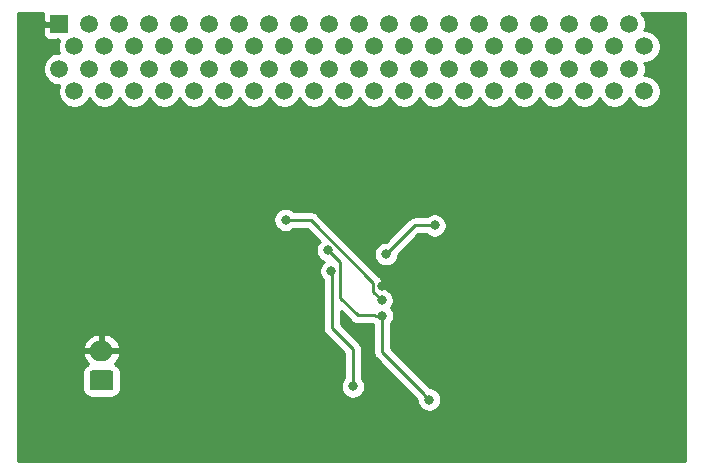
<source format=gbr>
G04 #@! TF.GenerationSoftware,KiCad,Pcbnew,(5.1.5)-3*
G04 #@! TF.CreationDate,2020-05-22T13:07:01-04:00*
G04 #@! TF.ProjectId,uBit_carrier,75426974-5f63-4617-9272-6965722e6b69,rev?*
G04 #@! TF.SameCoordinates,Original*
G04 #@! TF.FileFunction,Copper,L2,Bot*
G04 #@! TF.FilePolarity,Positive*
%FSLAX46Y46*%
G04 Gerber Fmt 4.6, Leading zero omitted, Abs format (unit mm)*
G04 Created by KiCad (PCBNEW (5.1.5)-3) date 2020-05-22 13:07:01*
%MOMM*%
%LPD*%
G04 APERTURE LIST*
%ADD10O,2.000000X1.700000*%
%ADD11C,0.100000*%
%ADD12C,1.500000*%
%ADD13R,1.500000X1.500000*%
%ADD14C,0.800000*%
%ADD15C,0.250000*%
%ADD16C,0.254000*%
G04 APERTURE END LIST*
D10*
X150500000Y-103500000D03*
G04 #@! TA.AperFunction,ComponentPad*
D11*
G36*
X151274504Y-105151204D02*
G01*
X151298773Y-105154804D01*
X151322571Y-105160765D01*
X151345671Y-105169030D01*
X151367849Y-105179520D01*
X151388893Y-105192133D01*
X151408598Y-105206747D01*
X151426777Y-105223223D01*
X151443253Y-105241402D01*
X151457867Y-105261107D01*
X151470480Y-105282151D01*
X151480970Y-105304329D01*
X151489235Y-105327429D01*
X151495196Y-105351227D01*
X151498796Y-105375496D01*
X151500000Y-105400000D01*
X151500000Y-106600000D01*
X151498796Y-106624504D01*
X151495196Y-106648773D01*
X151489235Y-106672571D01*
X151480970Y-106695671D01*
X151470480Y-106717849D01*
X151457867Y-106738893D01*
X151443253Y-106758598D01*
X151426777Y-106776777D01*
X151408598Y-106793253D01*
X151388893Y-106807867D01*
X151367849Y-106820480D01*
X151345671Y-106830970D01*
X151322571Y-106839235D01*
X151298773Y-106845196D01*
X151274504Y-106848796D01*
X151250000Y-106850000D01*
X149750000Y-106850000D01*
X149725496Y-106848796D01*
X149701227Y-106845196D01*
X149677429Y-106839235D01*
X149654329Y-106830970D01*
X149632151Y-106820480D01*
X149611107Y-106807867D01*
X149591402Y-106793253D01*
X149573223Y-106776777D01*
X149556747Y-106758598D01*
X149542133Y-106738893D01*
X149529520Y-106717849D01*
X149519030Y-106695671D01*
X149510765Y-106672571D01*
X149504804Y-106648773D01*
X149501204Y-106624504D01*
X149500000Y-106600000D01*
X149500000Y-105400000D01*
X149501204Y-105375496D01*
X149504804Y-105351227D01*
X149510765Y-105327429D01*
X149519030Y-105304329D01*
X149529520Y-105282151D01*
X149542133Y-105261107D01*
X149556747Y-105241402D01*
X149573223Y-105223223D01*
X149591402Y-105206747D01*
X149611107Y-105192133D01*
X149632151Y-105179520D01*
X149654329Y-105169030D01*
X149677429Y-105160765D01*
X149701227Y-105154804D01*
X149725496Y-105151204D01*
X149750000Y-105150000D01*
X151250000Y-105150000D01*
X151274504Y-105151204D01*
G37*
G04 #@! TD.AperFunction*
D12*
X196460000Y-81525000D03*
X196460000Y-77725000D03*
X195190000Y-79625000D03*
X195190000Y-75825000D03*
X193920000Y-81525000D03*
X193920000Y-77725000D03*
X192650000Y-79625000D03*
X192650000Y-75825000D03*
X191380000Y-81525000D03*
X191380000Y-77725000D03*
X190110000Y-79625000D03*
X190110000Y-75825000D03*
X188840000Y-81525000D03*
X188840000Y-77725000D03*
X187570000Y-79625000D03*
X187570000Y-75825000D03*
X186300000Y-81525000D03*
X186300000Y-77725000D03*
X185030000Y-79625000D03*
X185030000Y-75825000D03*
X183760000Y-81525000D03*
X183760000Y-77725000D03*
X182490000Y-79625000D03*
X182490000Y-75825000D03*
X181220000Y-81525000D03*
X181220000Y-77725000D03*
X179950000Y-79625000D03*
X179950000Y-75825000D03*
X178680000Y-81525000D03*
X178680000Y-77725000D03*
X177410000Y-79625000D03*
X177410000Y-75825000D03*
X176140000Y-81525000D03*
X176140000Y-77725000D03*
X174870000Y-79625000D03*
X174870000Y-75825000D03*
X173600000Y-81525000D03*
X173600000Y-77725000D03*
X172330000Y-79625000D03*
X172330000Y-75825000D03*
X171060000Y-81525000D03*
X171060000Y-77725000D03*
X169790000Y-79625000D03*
X169790000Y-75825000D03*
X168520000Y-81525000D03*
X168520000Y-77725000D03*
X167250000Y-79625000D03*
X167250000Y-75825000D03*
X165980000Y-81525000D03*
X165980000Y-77725000D03*
X164710000Y-79625000D03*
X164710000Y-75825000D03*
X163440000Y-81525000D03*
X163440000Y-77725000D03*
X162170000Y-79625000D03*
X162170000Y-75825000D03*
X160900000Y-81525000D03*
X160900000Y-77725000D03*
X159630000Y-79625000D03*
X159630000Y-75825000D03*
X158360000Y-81525000D03*
X158360000Y-77725000D03*
X157090000Y-79625000D03*
X157090000Y-75825000D03*
X155820000Y-81525000D03*
X155820000Y-77725000D03*
X154550000Y-79625000D03*
X154550000Y-75825000D03*
X153280000Y-81525000D03*
X153280000Y-77725000D03*
X152010000Y-79625000D03*
X152010000Y-75825000D03*
X150740000Y-81525000D03*
X150740000Y-77725000D03*
X149470000Y-79625000D03*
X149470000Y-75825000D03*
X148200000Y-81525000D03*
X148200000Y-77725000D03*
X146930000Y-79625000D03*
D13*
X146930000Y-75825000D03*
D14*
X161518600Y-102209600D03*
X173240700Y-104444800D03*
X176364900Y-103390700D03*
X160604200Y-107353100D03*
X156718000Y-101295200D03*
X199237600Y-75692000D03*
X180822600Y-112052100D03*
X174244000Y-97980500D03*
X156006800Y-106984800D03*
X174040800Y-84086700D03*
X180682900Y-84150200D03*
X172859700Y-94919800D03*
X186397900Y-83832700D03*
X174600000Y-95300000D03*
X178714400Y-92875100D03*
X178244500Y-107619800D03*
X174244000Y-100520500D03*
X169700000Y-94973002D03*
X174218600Y-99199700D03*
X166103300Y-92405200D03*
X171792900Y-106514900D03*
X169975000Y-96735900D03*
D15*
X177024900Y-92875100D02*
X174600000Y-95300000D01*
X178714400Y-92875100D02*
X177024900Y-92875100D01*
X177844501Y-107156301D02*
X174244000Y-103555800D01*
X174244000Y-103555800D02*
X174244000Y-100520500D01*
X177844501Y-107219801D02*
X177844501Y-107156301D01*
X178244500Y-107619800D02*
X177844501Y-107219801D01*
X173678315Y-100520500D02*
X173657815Y-100500000D01*
X174244000Y-100520500D02*
X173678315Y-100520500D01*
X173657815Y-100500000D02*
X172200000Y-100500000D01*
X172200000Y-100500000D02*
X170700000Y-99000000D01*
X170700000Y-99000000D02*
X170700000Y-95973002D01*
X170700000Y-95973002D02*
X169700000Y-94973002D01*
X173518999Y-97718999D02*
X168205200Y-92405200D01*
X174218600Y-99199700D02*
X173518999Y-98500099D01*
X173518999Y-98500099D02*
X173518999Y-97718999D01*
X168205200Y-92405200D02*
X166103300Y-92405200D01*
X171792900Y-106514900D02*
X171792900Y-103352600D01*
X169989500Y-96750400D02*
X169975000Y-96735900D01*
X171792900Y-103352600D02*
X169989500Y-101549200D01*
X169989500Y-101549200D02*
X169989500Y-96750400D01*
D16*
G36*
X145554188Y-74950518D02*
G01*
X145541928Y-75075000D01*
X145545000Y-75539250D01*
X145703750Y-75698000D01*
X146803000Y-75698000D01*
X146803000Y-75678000D01*
X147057000Y-75678000D01*
X147057000Y-75698000D01*
X147077000Y-75698000D01*
X147077000Y-75952000D01*
X147057000Y-75952000D01*
X147057000Y-75972000D01*
X146803000Y-75972000D01*
X146803000Y-75952000D01*
X145703750Y-75952000D01*
X145545000Y-76110750D01*
X145541928Y-76575000D01*
X145554188Y-76699482D01*
X145590498Y-76819180D01*
X145649463Y-76929494D01*
X145728815Y-77026185D01*
X145825506Y-77105537D01*
X145935820Y-77164502D01*
X146055518Y-77200812D01*
X146180000Y-77213072D01*
X146644250Y-77210000D01*
X146802998Y-77051252D01*
X146802998Y-77210000D01*
X146911758Y-77210000D01*
X146888240Y-77260116D01*
X146822750Y-77524960D01*
X146810188Y-77797492D01*
X146851035Y-78067238D01*
X146913441Y-78240000D01*
X146793589Y-78240000D01*
X146526011Y-78293225D01*
X146273957Y-78397629D01*
X146047114Y-78549201D01*
X145854201Y-78742114D01*
X145702629Y-78968957D01*
X145598225Y-79221011D01*
X145545000Y-79488589D01*
X145545000Y-79761411D01*
X145598225Y-80028989D01*
X145702629Y-80281043D01*
X145854201Y-80507886D01*
X146047114Y-80700799D01*
X146273957Y-80852371D01*
X146526011Y-80956775D01*
X146793589Y-81010000D01*
X146914207Y-81010000D01*
X146868225Y-81121011D01*
X146815000Y-81388589D01*
X146815000Y-81661411D01*
X146868225Y-81928989D01*
X146972629Y-82181043D01*
X147124201Y-82407886D01*
X147317114Y-82600799D01*
X147543957Y-82752371D01*
X147796011Y-82856775D01*
X148063589Y-82910000D01*
X148336411Y-82910000D01*
X148603989Y-82856775D01*
X148856043Y-82752371D01*
X149082886Y-82600799D01*
X149275799Y-82407886D01*
X149427371Y-82181043D01*
X149470000Y-82078127D01*
X149512629Y-82181043D01*
X149664201Y-82407886D01*
X149857114Y-82600799D01*
X150083957Y-82752371D01*
X150336011Y-82856775D01*
X150603589Y-82910000D01*
X150876411Y-82910000D01*
X151143989Y-82856775D01*
X151396043Y-82752371D01*
X151622886Y-82600799D01*
X151815799Y-82407886D01*
X151967371Y-82181043D01*
X152010000Y-82078127D01*
X152052629Y-82181043D01*
X152204201Y-82407886D01*
X152397114Y-82600799D01*
X152623957Y-82752371D01*
X152876011Y-82856775D01*
X153143589Y-82910000D01*
X153416411Y-82910000D01*
X153683989Y-82856775D01*
X153936043Y-82752371D01*
X154162886Y-82600799D01*
X154355799Y-82407886D01*
X154507371Y-82181043D01*
X154550000Y-82078127D01*
X154592629Y-82181043D01*
X154744201Y-82407886D01*
X154937114Y-82600799D01*
X155163957Y-82752371D01*
X155416011Y-82856775D01*
X155683589Y-82910000D01*
X155956411Y-82910000D01*
X156223989Y-82856775D01*
X156476043Y-82752371D01*
X156702886Y-82600799D01*
X156895799Y-82407886D01*
X157047371Y-82181043D01*
X157090000Y-82078127D01*
X157132629Y-82181043D01*
X157284201Y-82407886D01*
X157477114Y-82600799D01*
X157703957Y-82752371D01*
X157956011Y-82856775D01*
X158223589Y-82910000D01*
X158496411Y-82910000D01*
X158763989Y-82856775D01*
X159016043Y-82752371D01*
X159242886Y-82600799D01*
X159435799Y-82407886D01*
X159587371Y-82181043D01*
X159630000Y-82078127D01*
X159672629Y-82181043D01*
X159824201Y-82407886D01*
X160017114Y-82600799D01*
X160243957Y-82752371D01*
X160496011Y-82856775D01*
X160763589Y-82910000D01*
X161036411Y-82910000D01*
X161303989Y-82856775D01*
X161556043Y-82752371D01*
X161782886Y-82600799D01*
X161975799Y-82407886D01*
X162127371Y-82181043D01*
X162170000Y-82078127D01*
X162212629Y-82181043D01*
X162364201Y-82407886D01*
X162557114Y-82600799D01*
X162783957Y-82752371D01*
X163036011Y-82856775D01*
X163303589Y-82910000D01*
X163576411Y-82910000D01*
X163843989Y-82856775D01*
X164096043Y-82752371D01*
X164322886Y-82600799D01*
X164515799Y-82407886D01*
X164667371Y-82181043D01*
X164710000Y-82078127D01*
X164752629Y-82181043D01*
X164904201Y-82407886D01*
X165097114Y-82600799D01*
X165323957Y-82752371D01*
X165576011Y-82856775D01*
X165843589Y-82910000D01*
X166116411Y-82910000D01*
X166383989Y-82856775D01*
X166636043Y-82752371D01*
X166862886Y-82600799D01*
X167055799Y-82407886D01*
X167207371Y-82181043D01*
X167250000Y-82078127D01*
X167292629Y-82181043D01*
X167444201Y-82407886D01*
X167637114Y-82600799D01*
X167863957Y-82752371D01*
X168116011Y-82856775D01*
X168383589Y-82910000D01*
X168656411Y-82910000D01*
X168923989Y-82856775D01*
X169176043Y-82752371D01*
X169402886Y-82600799D01*
X169595799Y-82407886D01*
X169747371Y-82181043D01*
X169790000Y-82078127D01*
X169832629Y-82181043D01*
X169984201Y-82407886D01*
X170177114Y-82600799D01*
X170403957Y-82752371D01*
X170656011Y-82856775D01*
X170923589Y-82910000D01*
X171196411Y-82910000D01*
X171463989Y-82856775D01*
X171716043Y-82752371D01*
X171942886Y-82600799D01*
X172135799Y-82407886D01*
X172287371Y-82181043D01*
X172330000Y-82078127D01*
X172372629Y-82181043D01*
X172524201Y-82407886D01*
X172717114Y-82600799D01*
X172943957Y-82752371D01*
X173196011Y-82856775D01*
X173463589Y-82910000D01*
X173736411Y-82910000D01*
X174003989Y-82856775D01*
X174256043Y-82752371D01*
X174482886Y-82600799D01*
X174675799Y-82407886D01*
X174827371Y-82181043D01*
X174870000Y-82078127D01*
X174912629Y-82181043D01*
X175064201Y-82407886D01*
X175257114Y-82600799D01*
X175483957Y-82752371D01*
X175736011Y-82856775D01*
X176003589Y-82910000D01*
X176276411Y-82910000D01*
X176543989Y-82856775D01*
X176796043Y-82752371D01*
X177022886Y-82600799D01*
X177215799Y-82407886D01*
X177367371Y-82181043D01*
X177410000Y-82078127D01*
X177452629Y-82181043D01*
X177604201Y-82407886D01*
X177797114Y-82600799D01*
X178023957Y-82752371D01*
X178276011Y-82856775D01*
X178543589Y-82910000D01*
X178816411Y-82910000D01*
X179083989Y-82856775D01*
X179336043Y-82752371D01*
X179562886Y-82600799D01*
X179755799Y-82407886D01*
X179907371Y-82181043D01*
X179950000Y-82078127D01*
X179992629Y-82181043D01*
X180144201Y-82407886D01*
X180337114Y-82600799D01*
X180563957Y-82752371D01*
X180816011Y-82856775D01*
X181083589Y-82910000D01*
X181356411Y-82910000D01*
X181623989Y-82856775D01*
X181876043Y-82752371D01*
X182102886Y-82600799D01*
X182295799Y-82407886D01*
X182447371Y-82181043D01*
X182490000Y-82078127D01*
X182532629Y-82181043D01*
X182684201Y-82407886D01*
X182877114Y-82600799D01*
X183103957Y-82752371D01*
X183356011Y-82856775D01*
X183623589Y-82910000D01*
X183896411Y-82910000D01*
X184163989Y-82856775D01*
X184416043Y-82752371D01*
X184642886Y-82600799D01*
X184835799Y-82407886D01*
X184987371Y-82181043D01*
X185030000Y-82078127D01*
X185072629Y-82181043D01*
X185224201Y-82407886D01*
X185417114Y-82600799D01*
X185643957Y-82752371D01*
X185896011Y-82856775D01*
X186163589Y-82910000D01*
X186436411Y-82910000D01*
X186703989Y-82856775D01*
X186956043Y-82752371D01*
X187182886Y-82600799D01*
X187375799Y-82407886D01*
X187527371Y-82181043D01*
X187570000Y-82078127D01*
X187612629Y-82181043D01*
X187764201Y-82407886D01*
X187957114Y-82600799D01*
X188183957Y-82752371D01*
X188436011Y-82856775D01*
X188703589Y-82910000D01*
X188976411Y-82910000D01*
X189243989Y-82856775D01*
X189496043Y-82752371D01*
X189722886Y-82600799D01*
X189915799Y-82407886D01*
X190067371Y-82181043D01*
X190110000Y-82078127D01*
X190152629Y-82181043D01*
X190304201Y-82407886D01*
X190497114Y-82600799D01*
X190723957Y-82752371D01*
X190976011Y-82856775D01*
X191243589Y-82910000D01*
X191516411Y-82910000D01*
X191783989Y-82856775D01*
X192036043Y-82752371D01*
X192262886Y-82600799D01*
X192455799Y-82407886D01*
X192607371Y-82181043D01*
X192650000Y-82078127D01*
X192692629Y-82181043D01*
X192844201Y-82407886D01*
X193037114Y-82600799D01*
X193263957Y-82752371D01*
X193516011Y-82856775D01*
X193783589Y-82910000D01*
X194056411Y-82910000D01*
X194323989Y-82856775D01*
X194576043Y-82752371D01*
X194802886Y-82600799D01*
X194995799Y-82407886D01*
X195147371Y-82181043D01*
X195190000Y-82078127D01*
X195232629Y-82181043D01*
X195384201Y-82407886D01*
X195577114Y-82600799D01*
X195803957Y-82752371D01*
X196056011Y-82856775D01*
X196323589Y-82910000D01*
X196596411Y-82910000D01*
X196863989Y-82856775D01*
X197116043Y-82752371D01*
X197342886Y-82600799D01*
X197535799Y-82407886D01*
X197687371Y-82181043D01*
X197791775Y-81928989D01*
X197845000Y-81661411D01*
X197845000Y-81388589D01*
X197791775Y-81121011D01*
X197687371Y-80868957D01*
X197535799Y-80642114D01*
X197342886Y-80449201D01*
X197116043Y-80297629D01*
X196863989Y-80193225D01*
X196596411Y-80140000D01*
X196475793Y-80140000D01*
X196521775Y-80028989D01*
X196575000Y-79761411D01*
X196575000Y-79488589D01*
X196521775Y-79221011D01*
X196475793Y-79110000D01*
X196596411Y-79110000D01*
X196863989Y-79056775D01*
X197116043Y-78952371D01*
X197342886Y-78800799D01*
X197535799Y-78607886D01*
X197687371Y-78381043D01*
X197791775Y-78128989D01*
X197845000Y-77861411D01*
X197845000Y-77588589D01*
X197791775Y-77321011D01*
X197687371Y-77068957D01*
X197535799Y-76842114D01*
X197342886Y-76649201D01*
X197116043Y-76497629D01*
X196863989Y-76393225D01*
X196596411Y-76340000D01*
X196475793Y-76340000D01*
X196521775Y-76228989D01*
X196575000Y-75961411D01*
X196575000Y-75688589D01*
X196521775Y-75421011D01*
X196417371Y-75168957D01*
X196265799Y-74942114D01*
X196183685Y-74860000D01*
X199940000Y-74860000D01*
X199940001Y-112840000D01*
X143460000Y-112840000D01*
X143460000Y-105400000D01*
X148861928Y-105400000D01*
X148861928Y-106600000D01*
X148878992Y-106773254D01*
X148929528Y-106939850D01*
X149011595Y-107093386D01*
X149122038Y-107227962D01*
X149256614Y-107338405D01*
X149410150Y-107420472D01*
X149576746Y-107471008D01*
X149750000Y-107488072D01*
X151250000Y-107488072D01*
X151423254Y-107471008D01*
X151589850Y-107420472D01*
X151743386Y-107338405D01*
X151877962Y-107227962D01*
X151988405Y-107093386D01*
X152070472Y-106939850D01*
X152121008Y-106773254D01*
X152138072Y-106600000D01*
X152138072Y-105400000D01*
X152121008Y-105226746D01*
X152070472Y-105060150D01*
X151988405Y-104906614D01*
X151877962Y-104772038D01*
X151743386Y-104661595D01*
X151641407Y-104607086D01*
X151641795Y-104606802D01*
X151838664Y-104392046D01*
X151989854Y-104143009D01*
X152089554Y-103869261D01*
X152091476Y-103856890D01*
X151970155Y-103627000D01*
X150627000Y-103627000D01*
X150627000Y-103647000D01*
X150373000Y-103647000D01*
X150373000Y-103627000D01*
X149029845Y-103627000D01*
X148908524Y-103856890D01*
X148910446Y-103869261D01*
X149010146Y-104143009D01*
X149161336Y-104392046D01*
X149358205Y-104606802D01*
X149358593Y-104607086D01*
X149256614Y-104661595D01*
X149122038Y-104772038D01*
X149011595Y-104906614D01*
X148929528Y-105060150D01*
X148878992Y-105226746D01*
X148861928Y-105400000D01*
X143460000Y-105400000D01*
X143460000Y-103143110D01*
X148908524Y-103143110D01*
X149029845Y-103373000D01*
X150373000Y-103373000D01*
X150373000Y-102172768D01*
X150627000Y-102172768D01*
X150627000Y-103373000D01*
X151970155Y-103373000D01*
X152091476Y-103143110D01*
X152089554Y-103130739D01*
X151989854Y-102856991D01*
X151838664Y-102607954D01*
X151641795Y-102393198D01*
X151406812Y-102220975D01*
X151142745Y-102097904D01*
X150859742Y-102028715D01*
X150627000Y-102172768D01*
X150373000Y-102172768D01*
X150140258Y-102028715D01*
X149857255Y-102097904D01*
X149593188Y-102220975D01*
X149358205Y-102393198D01*
X149161336Y-102607954D01*
X149010146Y-102856991D01*
X148910446Y-103130739D01*
X148908524Y-103143110D01*
X143460000Y-103143110D01*
X143460000Y-92303261D01*
X165068300Y-92303261D01*
X165068300Y-92507139D01*
X165108074Y-92707098D01*
X165186095Y-92895456D01*
X165299363Y-93064974D01*
X165443526Y-93209137D01*
X165613044Y-93322405D01*
X165801402Y-93400426D01*
X166001361Y-93440200D01*
X166205239Y-93440200D01*
X166405198Y-93400426D01*
X166593556Y-93322405D01*
X166763074Y-93209137D01*
X166807011Y-93165200D01*
X167890399Y-93165200D01*
X168967245Y-94242046D01*
X168896063Y-94313228D01*
X168782795Y-94482746D01*
X168704774Y-94671104D01*
X168665000Y-94871063D01*
X168665000Y-95074941D01*
X168704774Y-95274900D01*
X168782795Y-95463258D01*
X168896063Y-95632776D01*
X169040226Y-95776939D01*
X169209744Y-95890207D01*
X169313857Y-95933332D01*
X169171063Y-96076126D01*
X169057795Y-96245644D01*
X168979774Y-96434002D01*
X168940000Y-96633961D01*
X168940000Y-96837839D01*
X168979774Y-97037798D01*
X169057795Y-97226156D01*
X169171063Y-97395674D01*
X169229501Y-97454112D01*
X169229500Y-101511877D01*
X169225824Y-101549200D01*
X169229500Y-101586522D01*
X169229500Y-101586532D01*
X169240497Y-101698185D01*
X169283954Y-101841446D01*
X169354526Y-101973476D01*
X169394371Y-102022026D01*
X169449499Y-102089201D01*
X169478503Y-102113004D01*
X171032901Y-103667403D01*
X171032900Y-105811189D01*
X170988963Y-105855126D01*
X170875695Y-106024644D01*
X170797674Y-106213002D01*
X170757900Y-106412961D01*
X170757900Y-106616839D01*
X170797674Y-106816798D01*
X170875695Y-107005156D01*
X170988963Y-107174674D01*
X171133126Y-107318837D01*
X171302644Y-107432105D01*
X171491002Y-107510126D01*
X171690961Y-107549900D01*
X171894839Y-107549900D01*
X172094798Y-107510126D01*
X172283156Y-107432105D01*
X172452674Y-107318837D01*
X172596837Y-107174674D01*
X172710105Y-107005156D01*
X172788126Y-106816798D01*
X172827900Y-106616839D01*
X172827900Y-106412961D01*
X172788126Y-106213002D01*
X172710105Y-106024644D01*
X172596837Y-105855126D01*
X172552900Y-105811189D01*
X172552900Y-103389925D01*
X172556576Y-103352600D01*
X172552900Y-103315275D01*
X172552900Y-103315267D01*
X172541903Y-103203614D01*
X172498446Y-103060353D01*
X172427874Y-102928324D01*
X172332901Y-102812599D01*
X172303903Y-102788801D01*
X170749500Y-101234399D01*
X170749500Y-100124301D01*
X171636200Y-101011002D01*
X171659999Y-101040001D01*
X171775724Y-101134974D01*
X171907753Y-101205546D01*
X172051014Y-101249003D01*
X172162667Y-101260000D01*
X172162676Y-101260000D01*
X172199999Y-101263676D01*
X172237322Y-101260000D01*
X173484001Y-101260000D01*
X173484000Y-103518477D01*
X173480324Y-103555800D01*
X173484000Y-103593122D01*
X173484000Y-103593132D01*
X173494997Y-103704785D01*
X173538454Y-103848046D01*
X173609026Y-103980076D01*
X173615180Y-103987574D01*
X173703999Y-104095801D01*
X173733003Y-104119604D01*
X177154468Y-107541070D01*
X177209500Y-107644026D01*
X177209500Y-107721739D01*
X177249274Y-107921698D01*
X177327295Y-108110056D01*
X177440563Y-108279574D01*
X177584726Y-108423737D01*
X177754244Y-108537005D01*
X177942602Y-108615026D01*
X178142561Y-108654800D01*
X178346439Y-108654800D01*
X178546398Y-108615026D01*
X178734756Y-108537005D01*
X178904274Y-108423737D01*
X179048437Y-108279574D01*
X179161705Y-108110056D01*
X179239726Y-107921698D01*
X179279500Y-107721739D01*
X179279500Y-107517861D01*
X179239726Y-107317902D01*
X179161705Y-107129544D01*
X179048437Y-106960026D01*
X178904274Y-106815863D01*
X178734756Y-106702595D01*
X178546398Y-106624574D01*
X178348140Y-106585138D01*
X175004000Y-103240999D01*
X175004000Y-101224211D01*
X175047937Y-101180274D01*
X175161205Y-101010756D01*
X175239226Y-100822398D01*
X175279000Y-100622439D01*
X175279000Y-100418561D01*
X175239226Y-100218602D01*
X175161205Y-100030244D01*
X175047937Y-99860726D01*
X175032209Y-99844998D01*
X175135805Y-99689956D01*
X175213826Y-99501598D01*
X175253600Y-99301639D01*
X175253600Y-99097761D01*
X175213826Y-98897802D01*
X175135805Y-98709444D01*
X175022537Y-98539926D01*
X174878374Y-98395763D01*
X174708856Y-98282495D01*
X174520498Y-98204474D01*
X174320539Y-98164700D01*
X174278999Y-98164700D01*
X174278999Y-97756332D01*
X174282676Y-97718999D01*
X174268002Y-97570013D01*
X174224545Y-97426752D01*
X174153973Y-97294723D01*
X174082798Y-97207996D01*
X174059000Y-97178998D01*
X174030002Y-97155200D01*
X172072863Y-95198061D01*
X173565000Y-95198061D01*
X173565000Y-95401939D01*
X173604774Y-95601898D01*
X173682795Y-95790256D01*
X173796063Y-95959774D01*
X173940226Y-96103937D01*
X174109744Y-96217205D01*
X174298102Y-96295226D01*
X174498061Y-96335000D01*
X174701939Y-96335000D01*
X174901898Y-96295226D01*
X175090256Y-96217205D01*
X175259774Y-96103937D01*
X175403937Y-95959774D01*
X175517205Y-95790256D01*
X175595226Y-95601898D01*
X175635000Y-95401939D01*
X175635000Y-95339801D01*
X177339703Y-93635100D01*
X178010689Y-93635100D01*
X178054626Y-93679037D01*
X178224144Y-93792305D01*
X178412502Y-93870326D01*
X178612461Y-93910100D01*
X178816339Y-93910100D01*
X179016298Y-93870326D01*
X179204656Y-93792305D01*
X179374174Y-93679037D01*
X179518337Y-93534874D01*
X179631605Y-93365356D01*
X179709626Y-93176998D01*
X179749400Y-92977039D01*
X179749400Y-92773161D01*
X179709626Y-92573202D01*
X179631605Y-92384844D01*
X179518337Y-92215326D01*
X179374174Y-92071163D01*
X179204656Y-91957895D01*
X179016298Y-91879874D01*
X178816339Y-91840100D01*
X178612461Y-91840100D01*
X178412502Y-91879874D01*
X178224144Y-91957895D01*
X178054626Y-92071163D01*
X178010689Y-92115100D01*
X177062222Y-92115100D01*
X177024899Y-92111424D01*
X176987576Y-92115100D01*
X176987567Y-92115100D01*
X176875914Y-92126097D01*
X176732653Y-92169554D01*
X176600624Y-92240126D01*
X176600622Y-92240127D01*
X176600623Y-92240127D01*
X176513896Y-92311301D01*
X176513892Y-92311305D01*
X176484899Y-92335099D01*
X176461105Y-92364092D01*
X174560199Y-94265000D01*
X174498061Y-94265000D01*
X174298102Y-94304774D01*
X174109744Y-94382795D01*
X173940226Y-94496063D01*
X173796063Y-94640226D01*
X173682795Y-94809744D01*
X173604774Y-94998102D01*
X173565000Y-95198061D01*
X172072863Y-95198061D01*
X168769004Y-91894203D01*
X168745201Y-91865199D01*
X168629476Y-91770226D01*
X168497447Y-91699654D01*
X168354186Y-91656197D01*
X168242533Y-91645200D01*
X168242522Y-91645200D01*
X168205200Y-91641524D01*
X168167878Y-91645200D01*
X166807011Y-91645200D01*
X166763074Y-91601263D01*
X166593556Y-91487995D01*
X166405198Y-91409974D01*
X166205239Y-91370200D01*
X166001361Y-91370200D01*
X165801402Y-91409974D01*
X165613044Y-91487995D01*
X165443526Y-91601263D01*
X165299363Y-91745426D01*
X165186095Y-91914944D01*
X165108074Y-92103302D01*
X165068300Y-92303261D01*
X143460000Y-92303261D01*
X143460000Y-74860000D01*
X145581646Y-74860000D01*
X145554188Y-74950518D01*
G37*
X145554188Y-74950518D02*
X145541928Y-75075000D01*
X145545000Y-75539250D01*
X145703750Y-75698000D01*
X146803000Y-75698000D01*
X146803000Y-75678000D01*
X147057000Y-75678000D01*
X147057000Y-75698000D01*
X147077000Y-75698000D01*
X147077000Y-75952000D01*
X147057000Y-75952000D01*
X147057000Y-75972000D01*
X146803000Y-75972000D01*
X146803000Y-75952000D01*
X145703750Y-75952000D01*
X145545000Y-76110750D01*
X145541928Y-76575000D01*
X145554188Y-76699482D01*
X145590498Y-76819180D01*
X145649463Y-76929494D01*
X145728815Y-77026185D01*
X145825506Y-77105537D01*
X145935820Y-77164502D01*
X146055518Y-77200812D01*
X146180000Y-77213072D01*
X146644250Y-77210000D01*
X146802998Y-77051252D01*
X146802998Y-77210000D01*
X146911758Y-77210000D01*
X146888240Y-77260116D01*
X146822750Y-77524960D01*
X146810188Y-77797492D01*
X146851035Y-78067238D01*
X146913441Y-78240000D01*
X146793589Y-78240000D01*
X146526011Y-78293225D01*
X146273957Y-78397629D01*
X146047114Y-78549201D01*
X145854201Y-78742114D01*
X145702629Y-78968957D01*
X145598225Y-79221011D01*
X145545000Y-79488589D01*
X145545000Y-79761411D01*
X145598225Y-80028989D01*
X145702629Y-80281043D01*
X145854201Y-80507886D01*
X146047114Y-80700799D01*
X146273957Y-80852371D01*
X146526011Y-80956775D01*
X146793589Y-81010000D01*
X146914207Y-81010000D01*
X146868225Y-81121011D01*
X146815000Y-81388589D01*
X146815000Y-81661411D01*
X146868225Y-81928989D01*
X146972629Y-82181043D01*
X147124201Y-82407886D01*
X147317114Y-82600799D01*
X147543957Y-82752371D01*
X147796011Y-82856775D01*
X148063589Y-82910000D01*
X148336411Y-82910000D01*
X148603989Y-82856775D01*
X148856043Y-82752371D01*
X149082886Y-82600799D01*
X149275799Y-82407886D01*
X149427371Y-82181043D01*
X149470000Y-82078127D01*
X149512629Y-82181043D01*
X149664201Y-82407886D01*
X149857114Y-82600799D01*
X150083957Y-82752371D01*
X150336011Y-82856775D01*
X150603589Y-82910000D01*
X150876411Y-82910000D01*
X151143989Y-82856775D01*
X151396043Y-82752371D01*
X151622886Y-82600799D01*
X151815799Y-82407886D01*
X151967371Y-82181043D01*
X152010000Y-82078127D01*
X152052629Y-82181043D01*
X152204201Y-82407886D01*
X152397114Y-82600799D01*
X152623957Y-82752371D01*
X152876011Y-82856775D01*
X153143589Y-82910000D01*
X153416411Y-82910000D01*
X153683989Y-82856775D01*
X153936043Y-82752371D01*
X154162886Y-82600799D01*
X154355799Y-82407886D01*
X154507371Y-82181043D01*
X154550000Y-82078127D01*
X154592629Y-82181043D01*
X154744201Y-82407886D01*
X154937114Y-82600799D01*
X155163957Y-82752371D01*
X155416011Y-82856775D01*
X155683589Y-82910000D01*
X155956411Y-82910000D01*
X156223989Y-82856775D01*
X156476043Y-82752371D01*
X156702886Y-82600799D01*
X156895799Y-82407886D01*
X157047371Y-82181043D01*
X157090000Y-82078127D01*
X157132629Y-82181043D01*
X157284201Y-82407886D01*
X157477114Y-82600799D01*
X157703957Y-82752371D01*
X157956011Y-82856775D01*
X158223589Y-82910000D01*
X158496411Y-82910000D01*
X158763989Y-82856775D01*
X159016043Y-82752371D01*
X159242886Y-82600799D01*
X159435799Y-82407886D01*
X159587371Y-82181043D01*
X159630000Y-82078127D01*
X159672629Y-82181043D01*
X159824201Y-82407886D01*
X160017114Y-82600799D01*
X160243957Y-82752371D01*
X160496011Y-82856775D01*
X160763589Y-82910000D01*
X161036411Y-82910000D01*
X161303989Y-82856775D01*
X161556043Y-82752371D01*
X161782886Y-82600799D01*
X161975799Y-82407886D01*
X162127371Y-82181043D01*
X162170000Y-82078127D01*
X162212629Y-82181043D01*
X162364201Y-82407886D01*
X162557114Y-82600799D01*
X162783957Y-82752371D01*
X163036011Y-82856775D01*
X163303589Y-82910000D01*
X163576411Y-82910000D01*
X163843989Y-82856775D01*
X164096043Y-82752371D01*
X164322886Y-82600799D01*
X164515799Y-82407886D01*
X164667371Y-82181043D01*
X164710000Y-82078127D01*
X164752629Y-82181043D01*
X164904201Y-82407886D01*
X165097114Y-82600799D01*
X165323957Y-82752371D01*
X165576011Y-82856775D01*
X165843589Y-82910000D01*
X166116411Y-82910000D01*
X166383989Y-82856775D01*
X166636043Y-82752371D01*
X166862886Y-82600799D01*
X167055799Y-82407886D01*
X167207371Y-82181043D01*
X167250000Y-82078127D01*
X167292629Y-82181043D01*
X167444201Y-82407886D01*
X167637114Y-82600799D01*
X167863957Y-82752371D01*
X168116011Y-82856775D01*
X168383589Y-82910000D01*
X168656411Y-82910000D01*
X168923989Y-82856775D01*
X169176043Y-82752371D01*
X169402886Y-82600799D01*
X169595799Y-82407886D01*
X169747371Y-82181043D01*
X169790000Y-82078127D01*
X169832629Y-82181043D01*
X169984201Y-82407886D01*
X170177114Y-82600799D01*
X170403957Y-82752371D01*
X170656011Y-82856775D01*
X170923589Y-82910000D01*
X171196411Y-82910000D01*
X171463989Y-82856775D01*
X171716043Y-82752371D01*
X171942886Y-82600799D01*
X172135799Y-82407886D01*
X172287371Y-82181043D01*
X172330000Y-82078127D01*
X172372629Y-82181043D01*
X172524201Y-82407886D01*
X172717114Y-82600799D01*
X172943957Y-82752371D01*
X173196011Y-82856775D01*
X173463589Y-82910000D01*
X173736411Y-82910000D01*
X174003989Y-82856775D01*
X174256043Y-82752371D01*
X174482886Y-82600799D01*
X174675799Y-82407886D01*
X174827371Y-82181043D01*
X174870000Y-82078127D01*
X174912629Y-82181043D01*
X175064201Y-82407886D01*
X175257114Y-82600799D01*
X175483957Y-82752371D01*
X175736011Y-82856775D01*
X176003589Y-82910000D01*
X176276411Y-82910000D01*
X176543989Y-82856775D01*
X176796043Y-82752371D01*
X177022886Y-82600799D01*
X177215799Y-82407886D01*
X177367371Y-82181043D01*
X177410000Y-82078127D01*
X177452629Y-82181043D01*
X177604201Y-82407886D01*
X177797114Y-82600799D01*
X178023957Y-82752371D01*
X178276011Y-82856775D01*
X178543589Y-82910000D01*
X178816411Y-82910000D01*
X179083989Y-82856775D01*
X179336043Y-82752371D01*
X179562886Y-82600799D01*
X179755799Y-82407886D01*
X179907371Y-82181043D01*
X179950000Y-82078127D01*
X179992629Y-82181043D01*
X180144201Y-82407886D01*
X180337114Y-82600799D01*
X180563957Y-82752371D01*
X180816011Y-82856775D01*
X181083589Y-82910000D01*
X181356411Y-82910000D01*
X181623989Y-82856775D01*
X181876043Y-82752371D01*
X182102886Y-82600799D01*
X182295799Y-82407886D01*
X182447371Y-82181043D01*
X182490000Y-82078127D01*
X182532629Y-82181043D01*
X182684201Y-82407886D01*
X182877114Y-82600799D01*
X183103957Y-82752371D01*
X183356011Y-82856775D01*
X183623589Y-82910000D01*
X183896411Y-82910000D01*
X184163989Y-82856775D01*
X184416043Y-82752371D01*
X184642886Y-82600799D01*
X184835799Y-82407886D01*
X184987371Y-82181043D01*
X185030000Y-82078127D01*
X185072629Y-82181043D01*
X185224201Y-82407886D01*
X185417114Y-82600799D01*
X185643957Y-82752371D01*
X185896011Y-82856775D01*
X186163589Y-82910000D01*
X186436411Y-82910000D01*
X186703989Y-82856775D01*
X186956043Y-82752371D01*
X187182886Y-82600799D01*
X187375799Y-82407886D01*
X187527371Y-82181043D01*
X187570000Y-82078127D01*
X187612629Y-82181043D01*
X187764201Y-82407886D01*
X187957114Y-82600799D01*
X188183957Y-82752371D01*
X188436011Y-82856775D01*
X188703589Y-82910000D01*
X188976411Y-82910000D01*
X189243989Y-82856775D01*
X189496043Y-82752371D01*
X189722886Y-82600799D01*
X189915799Y-82407886D01*
X190067371Y-82181043D01*
X190110000Y-82078127D01*
X190152629Y-82181043D01*
X190304201Y-82407886D01*
X190497114Y-82600799D01*
X190723957Y-82752371D01*
X190976011Y-82856775D01*
X191243589Y-82910000D01*
X191516411Y-82910000D01*
X191783989Y-82856775D01*
X192036043Y-82752371D01*
X192262886Y-82600799D01*
X192455799Y-82407886D01*
X192607371Y-82181043D01*
X192650000Y-82078127D01*
X192692629Y-82181043D01*
X192844201Y-82407886D01*
X193037114Y-82600799D01*
X193263957Y-82752371D01*
X193516011Y-82856775D01*
X193783589Y-82910000D01*
X194056411Y-82910000D01*
X194323989Y-82856775D01*
X194576043Y-82752371D01*
X194802886Y-82600799D01*
X194995799Y-82407886D01*
X195147371Y-82181043D01*
X195190000Y-82078127D01*
X195232629Y-82181043D01*
X195384201Y-82407886D01*
X195577114Y-82600799D01*
X195803957Y-82752371D01*
X196056011Y-82856775D01*
X196323589Y-82910000D01*
X196596411Y-82910000D01*
X196863989Y-82856775D01*
X197116043Y-82752371D01*
X197342886Y-82600799D01*
X197535799Y-82407886D01*
X197687371Y-82181043D01*
X197791775Y-81928989D01*
X197845000Y-81661411D01*
X197845000Y-81388589D01*
X197791775Y-81121011D01*
X197687371Y-80868957D01*
X197535799Y-80642114D01*
X197342886Y-80449201D01*
X197116043Y-80297629D01*
X196863989Y-80193225D01*
X196596411Y-80140000D01*
X196475793Y-80140000D01*
X196521775Y-80028989D01*
X196575000Y-79761411D01*
X196575000Y-79488589D01*
X196521775Y-79221011D01*
X196475793Y-79110000D01*
X196596411Y-79110000D01*
X196863989Y-79056775D01*
X197116043Y-78952371D01*
X197342886Y-78800799D01*
X197535799Y-78607886D01*
X197687371Y-78381043D01*
X197791775Y-78128989D01*
X197845000Y-77861411D01*
X197845000Y-77588589D01*
X197791775Y-77321011D01*
X197687371Y-77068957D01*
X197535799Y-76842114D01*
X197342886Y-76649201D01*
X197116043Y-76497629D01*
X196863989Y-76393225D01*
X196596411Y-76340000D01*
X196475793Y-76340000D01*
X196521775Y-76228989D01*
X196575000Y-75961411D01*
X196575000Y-75688589D01*
X196521775Y-75421011D01*
X196417371Y-75168957D01*
X196265799Y-74942114D01*
X196183685Y-74860000D01*
X199940000Y-74860000D01*
X199940001Y-112840000D01*
X143460000Y-112840000D01*
X143460000Y-105400000D01*
X148861928Y-105400000D01*
X148861928Y-106600000D01*
X148878992Y-106773254D01*
X148929528Y-106939850D01*
X149011595Y-107093386D01*
X149122038Y-107227962D01*
X149256614Y-107338405D01*
X149410150Y-107420472D01*
X149576746Y-107471008D01*
X149750000Y-107488072D01*
X151250000Y-107488072D01*
X151423254Y-107471008D01*
X151589850Y-107420472D01*
X151743386Y-107338405D01*
X151877962Y-107227962D01*
X151988405Y-107093386D01*
X152070472Y-106939850D01*
X152121008Y-106773254D01*
X152138072Y-106600000D01*
X152138072Y-105400000D01*
X152121008Y-105226746D01*
X152070472Y-105060150D01*
X151988405Y-104906614D01*
X151877962Y-104772038D01*
X151743386Y-104661595D01*
X151641407Y-104607086D01*
X151641795Y-104606802D01*
X151838664Y-104392046D01*
X151989854Y-104143009D01*
X152089554Y-103869261D01*
X152091476Y-103856890D01*
X151970155Y-103627000D01*
X150627000Y-103627000D01*
X150627000Y-103647000D01*
X150373000Y-103647000D01*
X150373000Y-103627000D01*
X149029845Y-103627000D01*
X148908524Y-103856890D01*
X148910446Y-103869261D01*
X149010146Y-104143009D01*
X149161336Y-104392046D01*
X149358205Y-104606802D01*
X149358593Y-104607086D01*
X149256614Y-104661595D01*
X149122038Y-104772038D01*
X149011595Y-104906614D01*
X148929528Y-105060150D01*
X148878992Y-105226746D01*
X148861928Y-105400000D01*
X143460000Y-105400000D01*
X143460000Y-103143110D01*
X148908524Y-103143110D01*
X149029845Y-103373000D01*
X150373000Y-103373000D01*
X150373000Y-102172768D01*
X150627000Y-102172768D01*
X150627000Y-103373000D01*
X151970155Y-103373000D01*
X152091476Y-103143110D01*
X152089554Y-103130739D01*
X151989854Y-102856991D01*
X151838664Y-102607954D01*
X151641795Y-102393198D01*
X151406812Y-102220975D01*
X151142745Y-102097904D01*
X150859742Y-102028715D01*
X150627000Y-102172768D01*
X150373000Y-102172768D01*
X150140258Y-102028715D01*
X149857255Y-102097904D01*
X149593188Y-102220975D01*
X149358205Y-102393198D01*
X149161336Y-102607954D01*
X149010146Y-102856991D01*
X148910446Y-103130739D01*
X148908524Y-103143110D01*
X143460000Y-103143110D01*
X143460000Y-92303261D01*
X165068300Y-92303261D01*
X165068300Y-92507139D01*
X165108074Y-92707098D01*
X165186095Y-92895456D01*
X165299363Y-93064974D01*
X165443526Y-93209137D01*
X165613044Y-93322405D01*
X165801402Y-93400426D01*
X166001361Y-93440200D01*
X166205239Y-93440200D01*
X166405198Y-93400426D01*
X166593556Y-93322405D01*
X166763074Y-93209137D01*
X166807011Y-93165200D01*
X167890399Y-93165200D01*
X168967245Y-94242046D01*
X168896063Y-94313228D01*
X168782795Y-94482746D01*
X168704774Y-94671104D01*
X168665000Y-94871063D01*
X168665000Y-95074941D01*
X168704774Y-95274900D01*
X168782795Y-95463258D01*
X168896063Y-95632776D01*
X169040226Y-95776939D01*
X169209744Y-95890207D01*
X169313857Y-95933332D01*
X169171063Y-96076126D01*
X169057795Y-96245644D01*
X168979774Y-96434002D01*
X168940000Y-96633961D01*
X168940000Y-96837839D01*
X168979774Y-97037798D01*
X169057795Y-97226156D01*
X169171063Y-97395674D01*
X169229501Y-97454112D01*
X169229500Y-101511877D01*
X169225824Y-101549200D01*
X169229500Y-101586522D01*
X169229500Y-101586532D01*
X169240497Y-101698185D01*
X169283954Y-101841446D01*
X169354526Y-101973476D01*
X169394371Y-102022026D01*
X169449499Y-102089201D01*
X169478503Y-102113004D01*
X171032901Y-103667403D01*
X171032900Y-105811189D01*
X170988963Y-105855126D01*
X170875695Y-106024644D01*
X170797674Y-106213002D01*
X170757900Y-106412961D01*
X170757900Y-106616839D01*
X170797674Y-106816798D01*
X170875695Y-107005156D01*
X170988963Y-107174674D01*
X171133126Y-107318837D01*
X171302644Y-107432105D01*
X171491002Y-107510126D01*
X171690961Y-107549900D01*
X171894839Y-107549900D01*
X172094798Y-107510126D01*
X172283156Y-107432105D01*
X172452674Y-107318837D01*
X172596837Y-107174674D01*
X172710105Y-107005156D01*
X172788126Y-106816798D01*
X172827900Y-106616839D01*
X172827900Y-106412961D01*
X172788126Y-106213002D01*
X172710105Y-106024644D01*
X172596837Y-105855126D01*
X172552900Y-105811189D01*
X172552900Y-103389925D01*
X172556576Y-103352600D01*
X172552900Y-103315275D01*
X172552900Y-103315267D01*
X172541903Y-103203614D01*
X172498446Y-103060353D01*
X172427874Y-102928324D01*
X172332901Y-102812599D01*
X172303903Y-102788801D01*
X170749500Y-101234399D01*
X170749500Y-100124301D01*
X171636200Y-101011002D01*
X171659999Y-101040001D01*
X171775724Y-101134974D01*
X171907753Y-101205546D01*
X172051014Y-101249003D01*
X172162667Y-101260000D01*
X172162676Y-101260000D01*
X172199999Y-101263676D01*
X172237322Y-101260000D01*
X173484001Y-101260000D01*
X173484000Y-103518477D01*
X173480324Y-103555800D01*
X173484000Y-103593122D01*
X173484000Y-103593132D01*
X173494997Y-103704785D01*
X173538454Y-103848046D01*
X173609026Y-103980076D01*
X173615180Y-103987574D01*
X173703999Y-104095801D01*
X173733003Y-104119604D01*
X177154468Y-107541070D01*
X177209500Y-107644026D01*
X177209500Y-107721739D01*
X177249274Y-107921698D01*
X177327295Y-108110056D01*
X177440563Y-108279574D01*
X177584726Y-108423737D01*
X177754244Y-108537005D01*
X177942602Y-108615026D01*
X178142561Y-108654800D01*
X178346439Y-108654800D01*
X178546398Y-108615026D01*
X178734756Y-108537005D01*
X178904274Y-108423737D01*
X179048437Y-108279574D01*
X179161705Y-108110056D01*
X179239726Y-107921698D01*
X179279500Y-107721739D01*
X179279500Y-107517861D01*
X179239726Y-107317902D01*
X179161705Y-107129544D01*
X179048437Y-106960026D01*
X178904274Y-106815863D01*
X178734756Y-106702595D01*
X178546398Y-106624574D01*
X178348140Y-106585138D01*
X175004000Y-103240999D01*
X175004000Y-101224211D01*
X175047937Y-101180274D01*
X175161205Y-101010756D01*
X175239226Y-100822398D01*
X175279000Y-100622439D01*
X175279000Y-100418561D01*
X175239226Y-100218602D01*
X175161205Y-100030244D01*
X175047937Y-99860726D01*
X175032209Y-99844998D01*
X175135805Y-99689956D01*
X175213826Y-99501598D01*
X175253600Y-99301639D01*
X175253600Y-99097761D01*
X175213826Y-98897802D01*
X175135805Y-98709444D01*
X175022537Y-98539926D01*
X174878374Y-98395763D01*
X174708856Y-98282495D01*
X174520498Y-98204474D01*
X174320539Y-98164700D01*
X174278999Y-98164700D01*
X174278999Y-97756332D01*
X174282676Y-97718999D01*
X174268002Y-97570013D01*
X174224545Y-97426752D01*
X174153973Y-97294723D01*
X174082798Y-97207996D01*
X174059000Y-97178998D01*
X174030002Y-97155200D01*
X172072863Y-95198061D01*
X173565000Y-95198061D01*
X173565000Y-95401939D01*
X173604774Y-95601898D01*
X173682795Y-95790256D01*
X173796063Y-95959774D01*
X173940226Y-96103937D01*
X174109744Y-96217205D01*
X174298102Y-96295226D01*
X174498061Y-96335000D01*
X174701939Y-96335000D01*
X174901898Y-96295226D01*
X175090256Y-96217205D01*
X175259774Y-96103937D01*
X175403937Y-95959774D01*
X175517205Y-95790256D01*
X175595226Y-95601898D01*
X175635000Y-95401939D01*
X175635000Y-95339801D01*
X177339703Y-93635100D01*
X178010689Y-93635100D01*
X178054626Y-93679037D01*
X178224144Y-93792305D01*
X178412502Y-93870326D01*
X178612461Y-93910100D01*
X178816339Y-93910100D01*
X179016298Y-93870326D01*
X179204656Y-93792305D01*
X179374174Y-93679037D01*
X179518337Y-93534874D01*
X179631605Y-93365356D01*
X179709626Y-93176998D01*
X179749400Y-92977039D01*
X179749400Y-92773161D01*
X179709626Y-92573202D01*
X179631605Y-92384844D01*
X179518337Y-92215326D01*
X179374174Y-92071163D01*
X179204656Y-91957895D01*
X179016298Y-91879874D01*
X178816339Y-91840100D01*
X178612461Y-91840100D01*
X178412502Y-91879874D01*
X178224144Y-91957895D01*
X178054626Y-92071163D01*
X178010689Y-92115100D01*
X177062222Y-92115100D01*
X177024899Y-92111424D01*
X176987576Y-92115100D01*
X176987567Y-92115100D01*
X176875914Y-92126097D01*
X176732653Y-92169554D01*
X176600624Y-92240126D01*
X176600622Y-92240127D01*
X176600623Y-92240127D01*
X176513896Y-92311301D01*
X176513892Y-92311305D01*
X176484899Y-92335099D01*
X176461105Y-92364092D01*
X174560199Y-94265000D01*
X174498061Y-94265000D01*
X174298102Y-94304774D01*
X174109744Y-94382795D01*
X173940226Y-94496063D01*
X173796063Y-94640226D01*
X173682795Y-94809744D01*
X173604774Y-94998102D01*
X173565000Y-95198061D01*
X172072863Y-95198061D01*
X168769004Y-91894203D01*
X168745201Y-91865199D01*
X168629476Y-91770226D01*
X168497447Y-91699654D01*
X168354186Y-91656197D01*
X168242533Y-91645200D01*
X168242522Y-91645200D01*
X168205200Y-91641524D01*
X168167878Y-91645200D01*
X166807011Y-91645200D01*
X166763074Y-91601263D01*
X166593556Y-91487995D01*
X166405198Y-91409974D01*
X166205239Y-91370200D01*
X166001361Y-91370200D01*
X165801402Y-91409974D01*
X165613044Y-91487995D01*
X165443526Y-91601263D01*
X165299363Y-91745426D01*
X165186095Y-91914944D01*
X165108074Y-92103302D01*
X165068300Y-92303261D01*
X143460000Y-92303261D01*
X143460000Y-74860000D01*
X145581646Y-74860000D01*
X145554188Y-74950518D01*
G36*
X153473748Y-77710858D02*
G01*
X153459605Y-77725000D01*
X153473748Y-77739143D01*
X153294143Y-77918748D01*
X153280000Y-77904605D01*
X153265858Y-77918748D01*
X153086253Y-77739143D01*
X153100395Y-77725000D01*
X153086253Y-77710858D01*
X153265858Y-77531253D01*
X153280000Y-77545395D01*
X153294143Y-77531253D01*
X153473748Y-77710858D01*
G37*
X153473748Y-77710858D02*
X153459605Y-77725000D01*
X153473748Y-77739143D01*
X153294143Y-77918748D01*
X153280000Y-77904605D01*
X153265858Y-77918748D01*
X153086253Y-77739143D01*
X153100395Y-77725000D01*
X153086253Y-77710858D01*
X153265858Y-77531253D01*
X153280000Y-77545395D01*
X153294143Y-77531253D01*
X153473748Y-77710858D01*
G36*
X150933748Y-77710858D02*
G01*
X150919605Y-77725000D01*
X150933748Y-77739143D01*
X150754143Y-77918748D01*
X150740000Y-77904605D01*
X150725858Y-77918748D01*
X150546253Y-77739143D01*
X150560395Y-77725000D01*
X150546253Y-77710858D01*
X150725858Y-77531253D01*
X150740000Y-77545395D01*
X150754143Y-77531253D01*
X150933748Y-77710858D01*
G37*
X150933748Y-77710858D02*
X150919605Y-77725000D01*
X150933748Y-77739143D01*
X150754143Y-77918748D01*
X150740000Y-77904605D01*
X150725858Y-77918748D01*
X150546253Y-77739143D01*
X150560395Y-77725000D01*
X150546253Y-77710858D01*
X150725858Y-77531253D01*
X150740000Y-77545395D01*
X150754143Y-77531253D01*
X150933748Y-77710858D01*
G36*
X148393748Y-77710858D02*
G01*
X148379605Y-77725000D01*
X148393748Y-77739143D01*
X148214143Y-77918748D01*
X148200000Y-77904605D01*
X148185858Y-77918748D01*
X148006253Y-77739143D01*
X148020395Y-77725000D01*
X148006253Y-77710858D01*
X148185858Y-77531253D01*
X148200000Y-77545395D01*
X148214143Y-77531253D01*
X148393748Y-77710858D01*
G37*
X148393748Y-77710858D02*
X148379605Y-77725000D01*
X148393748Y-77739143D01*
X148214143Y-77918748D01*
X148200000Y-77904605D01*
X148185858Y-77918748D01*
X148006253Y-77739143D01*
X148020395Y-77725000D01*
X148006253Y-77710858D01*
X148185858Y-77531253D01*
X148200000Y-77545395D01*
X148214143Y-77531253D01*
X148393748Y-77710858D01*
G36*
X152203748Y-75810858D02*
G01*
X152189605Y-75825000D01*
X152203748Y-75839143D01*
X152024143Y-76018748D01*
X152010000Y-76004605D01*
X151995858Y-76018748D01*
X151816253Y-75839143D01*
X151830395Y-75825000D01*
X151816253Y-75810858D01*
X151995858Y-75631253D01*
X152010000Y-75645395D01*
X152024143Y-75631253D01*
X152203748Y-75810858D01*
G37*
X152203748Y-75810858D02*
X152189605Y-75825000D01*
X152203748Y-75839143D01*
X152024143Y-76018748D01*
X152010000Y-76004605D01*
X151995858Y-76018748D01*
X151816253Y-75839143D01*
X151830395Y-75825000D01*
X151816253Y-75810858D01*
X151995858Y-75631253D01*
X152010000Y-75645395D01*
X152024143Y-75631253D01*
X152203748Y-75810858D01*
G36*
X149663748Y-75810858D02*
G01*
X149649605Y-75825000D01*
X149663748Y-75839143D01*
X149484143Y-76018748D01*
X149470000Y-76004605D01*
X149455858Y-76018748D01*
X149276253Y-75839143D01*
X149290395Y-75825000D01*
X149276253Y-75810858D01*
X149455858Y-75631253D01*
X149470000Y-75645395D01*
X149484143Y-75631253D01*
X149663748Y-75810858D01*
G37*
X149663748Y-75810858D02*
X149649605Y-75825000D01*
X149663748Y-75839143D01*
X149484143Y-76018748D01*
X149470000Y-76004605D01*
X149455858Y-76018748D01*
X149276253Y-75839143D01*
X149290395Y-75825000D01*
X149276253Y-75810858D01*
X149455858Y-75631253D01*
X149470000Y-75645395D01*
X149484143Y-75631253D01*
X149663748Y-75810858D01*
M02*

</source>
